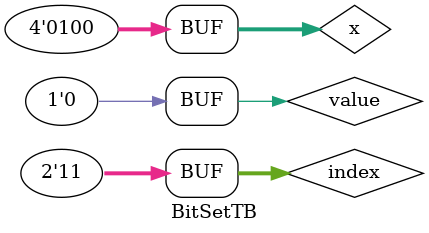
<source format=v>
module Mux1Bit2to1 (input x_0,
										input x_1,
										input sel,
										output y);
    assign y = sel ? x_1 : x_0;
endmodule

module Dec2to4 (input [1:0]in,
								output [3:0]out);
	  assign in = 1 << out;
endmodule

module BitSet(input [3:0]x,
			  			input [1:0]index,
			  			input value,
			  			output [3:0]y);
	  wire [3:0]dec2mux;

    Dec2to4 dec_1(.in(index), .out(dec2mux));
		Mux1Bit2to1 mux_1(.x_0(x[0]), .x_1(dec2mux[0]), .sel(value), .y(y[0]));
		Mux1Bit2to1 mux_2(.x_0(x[1]), .x_1(dec2mux[1]), .sel(value), .y(y[1]));
		Mux1Bit2to1 mux_3(.x_0(x[2]), .x_1(dec2mux[2]), .sel(value), .y(y[2]));
		Mux1Bit2to1 mux_4(.x_0(x[3]), .x_1(dec2mux[3]), .sel(value), .y(y[3]));
endmodule

module BitSetTB;
	  reg [3:0]x;
		reg [1:0]index;
		reg value;
		wire [3:0]y;

		BitSet bitsy(.x(x), .index(index), .value(value), .y(y));

		initial begin
		$monitor("%d index=%b, value=%b, x=%b, y=%b",
						 $time,
						 index, value, x, y);
		    #10
				x = 4'b0111;
				index = 0;
				value = 0;
				#10
				x = 4'b0101;
				index = 1;
				value = 1;
				#10
				x = 4'b1010;
				index = 2;
				value = 1;
				#10
				x = 4'b100;
				index = 3;
				value = 0;
		end

endmodule

</source>
